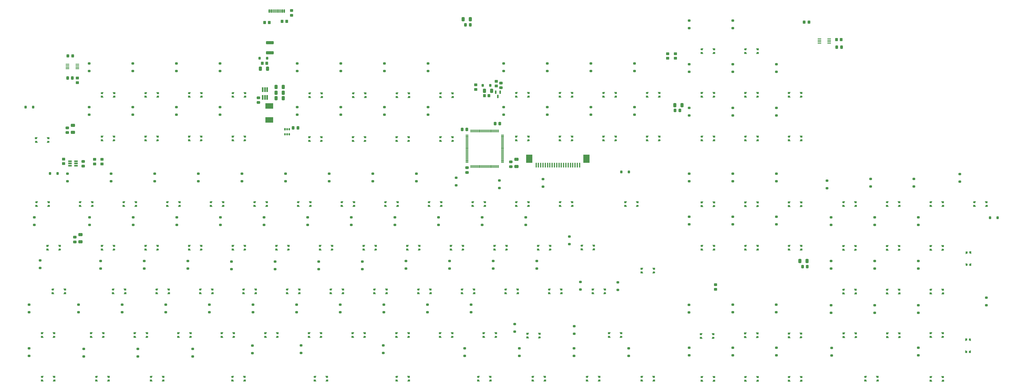
<source format=gbp>
G04 #@! TF.GenerationSoftware,KiCad,Pcbnew,(6.0.0-rc1-458-g78ff9a857a)*
G04 #@! TF.CreationDate,2022-12-04T21:38:43+01:00*
G04 #@! TF.ProjectId,berlin,6265726c-696e-42e6-9b69-6361645f7063,rev?*
G04 #@! TF.SameCoordinates,Original*
G04 #@! TF.FileFunction,Paste,Bot*
G04 #@! TF.FilePolarity,Positive*
%FSLAX46Y46*%
G04 Gerber Fmt 4.6, Leading zero omitted, Abs format (unit mm)*
G04 Created by KiCad (PCBNEW (6.0.0-rc1-458-g78ff9a857a)) date 2022-12-04 21:38:43*
%MOMM*%
%LPD*%
G01*
G04 APERTURE LIST*
G04 Aperture macros list*
%AMRoundRect*
0 Rectangle with rounded corners*
0 $1 Rounding radius*
0 $2 $3 $4 $5 $6 $7 $8 $9 X,Y pos of 4 corners*
0 Add a 4 corners polygon primitive as box body*
4,1,4,$2,$3,$4,$5,$6,$7,$8,$9,$2,$3,0*
0 Add four circle primitives for the rounded corners*
1,1,$1+$1,$2,$3*
1,1,$1+$1,$4,$5*
1,1,$1+$1,$6,$7*
1,1,$1+$1,$8,$9*
0 Add four rect primitives between the rounded corners*
20,1,$1+$1,$2,$3,$4,$5,0*
20,1,$1+$1,$4,$5,$6,$7,0*
20,1,$1+$1,$6,$7,$8,$9,0*
20,1,$1+$1,$8,$9,$2,$3,0*%
%AMFreePoly0*
4,1,30,0.664142,0.394142,0.670000,0.380000,0.664142,0.365858,0.650000,0.360000,0.639861,0.360000,0.634409,0.349097,0.641334,0.339663,0.639014,0.324533,0.635101,0.321661,0.546798,0.160496,0.471072,-0.011862,0.410656,-0.190163,0.367074,-0.368692,0.368024,-0.373451,0.364365,-0.378933,0.365871,-0.382599,0.359972,-0.396724,0.345813,-0.402541,-0.525058,-0.400000,-0.532122,-0.397050,
-0.539142,-0.394142,-0.539154,-0.394113,-0.539183,-0.394101,-0.542091,-0.387023,-0.545000,-0.380000,-0.545000,0.380000,-0.539142,0.394142,-0.525000,0.400000,0.650000,0.400000,0.664142,0.394142,0.664142,0.394142,$1*%
%AMFreePoly1*
4,1,30,0.359972,0.396724,0.365871,0.382599,0.360054,0.368440,0.348994,0.363821,0.353493,0.348075,0.367722,0.345518,0.376463,0.332952,0.375604,0.328173,0.422324,0.151413,0.485716,-0.024855,0.564154,-0.194962,0.654823,-0.353725,0.658787,-0.356530,0.660097,-0.364182,0.664142,-0.365858,0.670000,-0.380000,0.664142,-0.394142,0.650000,-0.400000,-0.525000,-0.400000,-0.539142,-0.394142,
-0.545000,-0.380000,-0.545000,0.380000,-0.542091,0.387023,-0.539183,0.394101,-0.539154,0.394113,-0.539142,0.394142,-0.532122,0.397050,-0.525058,0.400000,0.345813,0.402541,0.359972,0.396724,0.359972,0.396724,$1*%
%AMFreePoly2*
4,1,34,0.575001,0.424979,0.592678,0.417657,0.600000,0.399978,0.592678,0.382301,0.574999,0.374979,0.559851,0.374979,0.554987,0.365252,0.555371,0.365204,0.567106,0.350091,0.564717,0.331106,0.560861,0.328112,0.473904,0.159164,0.399902,-0.020738,0.341456,-0.206278,0.299976,-0.391707,0.301018,-0.396477,0.299513,-0.398824,0.300000,-0.400000,0.292678,-0.417678,0.275000,-0.425000,
-0.200000,-0.425000,-0.319736,-0.407785,-0.429772,-0.357533,-0.521194,-0.278316,-0.586594,-0.176551,-0.620674,-0.060484,-0.620674,0.060484,-0.586594,0.176551,-0.521194,0.278316,-0.429772,0.357533,-0.319736,0.407785,-0.200000,0.425000,-0.199999,0.425000,0.575001,0.424979,0.575001,0.424979,$1*%
G04 Aperture macros list end*
%ADD10FreePoly0,180.000000*%
%ADD11FreePoly1,180.000000*%
%ADD12FreePoly2,0.000000*%
%ADD13FreePoly1,0.000000*%
%ADD14FreePoly0,0.000000*%
%ADD15FreePoly2,180.000000*%
%ADD16FreePoly0,90.000000*%
%ADD17FreePoly1,90.000000*%
%ADD18FreePoly2,270.000000*%
%ADD19FreePoly1,270.000000*%
%ADD20FreePoly0,270.000000*%
%ADD21FreePoly2,90.000000*%
%ADD22RoundRect,0.250000X-0.350000X0.250000X-0.350000X-0.250000X0.350000X-0.250000X0.350000X0.250000X0*%
%ADD23RoundRect,0.250000X0.450000X-0.350000X0.450000X0.350000X-0.450000X0.350000X-0.450000X-0.350000X0*%
%ADD24RoundRect,0.250000X-0.450000X0.350000X-0.450000X-0.350000X0.450000X-0.350000X0.450000X0.350000X0*%
%ADD25RoundRect,0.250000X1.450000X-0.400000X1.450000X0.400000X-1.450000X0.400000X-1.450000X-0.400000X0*%
%ADD26RoundRect,0.250000X0.475000X-0.337500X0.475000X0.337500X-0.475000X0.337500X-0.475000X-0.337500X0*%
%ADD27RoundRect,0.250000X-0.475000X0.337500X-0.475000X-0.337500X0.475000X-0.337500X0.475000X0.337500X0*%
%ADD28R,1.487399X0.431000*%
%ADD29RoundRect,0.250000X-0.412500X-0.650000X0.412500X-0.650000X0.412500X0.650000X-0.412500X0.650000X0*%
%ADD30RoundRect,0.250000X0.650000X-0.412500X0.650000X0.412500X-0.650000X0.412500X-0.650000X-0.412500X0*%
%ADD31R,1.560000X0.650000*%
%ADD32RoundRect,0.150000X-0.150000X-0.575000X0.150000X-0.575000X0.150000X0.575000X-0.150000X0.575000X0*%
%ADD33RoundRect,0.075000X-0.075000X-0.650000X0.075000X-0.650000X0.075000X0.650000X-0.075000X0.650000X0*%
%ADD34RoundRect,0.250000X0.325000X0.450000X-0.325000X0.450000X-0.325000X-0.450000X0.325000X-0.450000X0*%
%ADD35RoundRect,0.250000X-0.350000X-0.450000X0.350000X-0.450000X0.350000X0.450000X-0.350000X0.450000X0*%
%ADD36RoundRect,0.250000X0.250000X0.350000X-0.250000X0.350000X-0.250000X-0.350000X0.250000X-0.350000X0*%
%ADD37R,0.650000X1.060000*%
%ADD38RoundRect,0.325000X0.000000X0.205000X0.000000X-0.205000X0.000000X-0.205000X0.000000X0.205000X0*%
%ADD39R,1.193800X0.304800*%
%ADD40R,0.304800X1.193800*%
%ADD41RoundRect,0.250000X0.350000X-0.250000X0.350000X0.250000X-0.350000X0.250000X-0.350000X-0.250000X0*%
%ADD42R,3.500000X2.350000*%
%ADD43R,0.650000X2.000000*%
%ADD44RoundRect,0.250000X-0.337500X-0.475000X0.337500X-0.475000X0.337500X0.475000X-0.337500X0.475000X0*%
%ADD45RoundRect,0.150000X-0.150000X0.587500X-0.150000X-0.587500X0.150000X-0.587500X0.150000X0.587500X0*%
%ADD46RoundRect,0.250000X0.350000X0.450000X-0.350000X0.450000X-0.350000X-0.450000X0.350000X-0.450000X0*%
%ADD47RoundRect,0.250000X0.337500X0.475000X-0.337500X0.475000X-0.337500X-0.475000X0.337500X-0.475000X0*%
%ADD48R,0.610000X2.000000*%
%ADD49R,2.680000X3.600000*%
%ADD50RoundRect,0.250000X0.412500X0.650000X-0.412500X0.650000X-0.412500X-0.650000X0.412500X-0.650000X0*%
%ADD51RoundRect,0.250000X-0.450000X0.325000X-0.450000X-0.325000X0.450000X-0.325000X0.450000X0.325000X0*%
%ADD52RoundRect,0.250000X-0.250000X-0.350000X0.250000X-0.350000X0.250000X0.350000X-0.250000X0.350000X0*%
G04 APERTURE END LIST*
D10*
X234404500Y-142390500D03*
D11*
X234379100Y-140790500D03*
D12*
X229172100Y-140790500D03*
D13*
X229095900Y-142390500D03*
D10*
X62954500Y-142405000D03*
D11*
X62929100Y-140805000D03*
D12*
X57722100Y-140805000D03*
D13*
X57645900Y-142405000D03*
D10*
X129467000Y-218600000D03*
D11*
X129441600Y-217000000D03*
D12*
X124234600Y-217000000D03*
D13*
X124158400Y-218600000D03*
D14*
X248120500Y-112215500D03*
D13*
X248145900Y-113815500D03*
D15*
X253352900Y-113815500D03*
D11*
X253429100Y-112215500D03*
D10*
X139154500Y-142390500D03*
D11*
X139129100Y-140790500D03*
D12*
X133922100Y-140790500D03*
D13*
X133845900Y-142390500D03*
D14*
X195833000Y-112450000D03*
D13*
X195858400Y-114050000D03*
D15*
X201065400Y-114050000D03*
D11*
X201141600Y-112450000D03*
D10*
X70066500Y-218590500D03*
D11*
X70041100Y-216990500D03*
D12*
X64834100Y-216990500D03*
D13*
X64757900Y-218590500D03*
D10*
X182207500Y-94892500D03*
D11*
X182182100Y-93292500D03*
D12*
X176975100Y-93292500D03*
D13*
X176898900Y-94892500D03*
D10*
X72517000Y-94780000D03*
D11*
X72491600Y-93180000D03*
D12*
X67284600Y-93180000D03*
D13*
X67208400Y-94780000D03*
D14*
X181445500Y-159840500D03*
D13*
X181470900Y-161440500D03*
D15*
X186677900Y-161440500D03*
D11*
X186754100Y-159840500D03*
D10*
X248755500Y-180490500D03*
D11*
X248730100Y-178890500D03*
D12*
X243523100Y-178890500D03*
D13*
X243446900Y-180490500D03*
D10*
X163157500Y-94892500D03*
D11*
X163132100Y-93292500D03*
D12*
X157925100Y-93292500D03*
D13*
X157848900Y-94892500D03*
D10*
X201167000Y-218600000D03*
D11*
X201141600Y-217000000D03*
D12*
X195934600Y-217000000D03*
D13*
X195858400Y-218600000D03*
D14*
X124295500Y-159840500D03*
D13*
X124320900Y-161440500D03*
D15*
X129527900Y-161440500D03*
D11*
X129604100Y-159840500D03*
D10*
X158204500Y-142390500D03*
D11*
X158179100Y-140790500D03*
D12*
X152972100Y-140790500D03*
D13*
X152895900Y-142390500D03*
D10*
X165443500Y-218590500D03*
D11*
X165418100Y-216990500D03*
D12*
X160211100Y-216990500D03*
D13*
X160134900Y-218590500D03*
D10*
X334480500Y-161440500D03*
D11*
X334455100Y-159840500D03*
D12*
X329248100Y-159840500D03*
D13*
X329171900Y-161440500D03*
D14*
X195796500Y-197940500D03*
D13*
X195821900Y-199540500D03*
D15*
X201028900Y-199540500D03*
D11*
X201105100Y-197940500D03*
D10*
X253454500Y-94765500D03*
D11*
X253429100Y-93165500D03*
D12*
X248222100Y-93165500D03*
D13*
X248145900Y-94765500D03*
D10*
X210655500Y-180490500D03*
D11*
X210630100Y-178890500D03*
D12*
X205423100Y-178890500D03*
D13*
X205346900Y-180490500D03*
D10*
X396329500Y-142390500D03*
D11*
X396304100Y-140790500D03*
D12*
X391097100Y-140790500D03*
D13*
X391020900Y-142390500D03*
D10*
X77305500Y-180490500D03*
D11*
X77280100Y-178890500D03*
D12*
X72073100Y-178890500D03*
D13*
X71996900Y-180490500D03*
D14*
X329146500Y-93165500D03*
D13*
X329171900Y-94765500D03*
D15*
X334378900Y-94765500D03*
D11*
X334455100Y-93165500D03*
D10*
X129667000Y-94780000D03*
D11*
X129641600Y-93180000D03*
D12*
X124434600Y-93180000D03*
D13*
X124358400Y-94780000D03*
D10*
X372580500Y-113815500D03*
D11*
X372555100Y-112215500D03*
D12*
X367348100Y-112215500D03*
D13*
X367271900Y-113815500D03*
D10*
X353530500Y-113815500D03*
D11*
X353505100Y-112215500D03*
D12*
X348298100Y-112215500D03*
D13*
X348221900Y-113815500D03*
D14*
X238595500Y-159840500D03*
D13*
X238620900Y-161440500D03*
D15*
X243827900Y-161440500D03*
D11*
X243904100Y-159840500D03*
D14*
X214983000Y-112450000D03*
D13*
X215008400Y-114050000D03*
D15*
X220215400Y-114050000D03*
D11*
X220291600Y-112450000D03*
D14*
X329146500Y-140917500D03*
D13*
X329171900Y-142517500D03*
D15*
X334378900Y-142517500D03*
D11*
X334455100Y-140917500D03*
D10*
X177254500Y-142390500D03*
D11*
X177229100Y-140790500D03*
D12*
X172022100Y-140790500D03*
D13*
X171945900Y-142390500D03*
D14*
X105245500Y-112215500D03*
D13*
X105270900Y-113815500D03*
D15*
X110477900Y-113815500D03*
D11*
X110554100Y-112215500D03*
D10*
X46317500Y-218590500D03*
D11*
X46292100Y-216990500D03*
D12*
X41085100Y-216990500D03*
D13*
X41008900Y-218590500D03*
D14*
X410045500Y-159967500D03*
D13*
X410070900Y-161567500D03*
D15*
X415277900Y-161567500D03*
D11*
X415354100Y-159967500D03*
D10*
X215354500Y-142390500D03*
D11*
X215329100Y-140790500D03*
D12*
X210122100Y-140790500D03*
D13*
X210045900Y-142390500D03*
D14*
X105245500Y-159840500D03*
D13*
X105270900Y-161440500D03*
D15*
X110477900Y-161440500D03*
D11*
X110554100Y-159840500D03*
D10*
X272504500Y-94765500D03*
D11*
X272479100Y-93165500D03*
D12*
X267272100Y-93165500D03*
D13*
X267195900Y-94765500D03*
D14*
X43396500Y-159840500D03*
D13*
X43421900Y-161440500D03*
D15*
X48628900Y-161440500D03*
D11*
X48705100Y-159840500D03*
D16*
X444630000Y-206097000D03*
D17*
X446230000Y-206071600D03*
D18*
X446230000Y-200864600D03*
D19*
X444630000Y-200788400D03*
D10*
X110617000Y-94780000D03*
D11*
X110591600Y-93180000D03*
D12*
X105384600Y-93180000D03*
D13*
X105308400Y-94780000D03*
D10*
X415379500Y-142390500D03*
D11*
X415354100Y-140790500D03*
D12*
X410147100Y-140790500D03*
D13*
X410070900Y-142390500D03*
D10*
X51016500Y-180490500D03*
D11*
X50991100Y-178890500D03*
D12*
X45784100Y-178890500D03*
D13*
X45707900Y-180490500D03*
D10*
X101054500Y-142405000D03*
D11*
X101029100Y-140805000D03*
D12*
X95822100Y-140805000D03*
D13*
X95745900Y-142405000D03*
D14*
X143345500Y-159840500D03*
D13*
X143370900Y-161440500D03*
D15*
X148577900Y-161440500D03*
D11*
X148654100Y-159840500D03*
D14*
X348196500Y-140917500D03*
D13*
X348221900Y-142517500D03*
D15*
X353428900Y-142517500D03*
D11*
X353505100Y-140917500D03*
D14*
X176619500Y-197940500D03*
D13*
X176644900Y-199540500D03*
D15*
X181851900Y-199540500D03*
D11*
X181928100Y-197940500D03*
D10*
X172428500Y-180490500D03*
D11*
X172403100Y-178890500D03*
D12*
X167196100Y-178890500D03*
D13*
X167119900Y-180490500D03*
D14*
X410143000Y-198020000D03*
D13*
X410168400Y-199620000D03*
D15*
X415375400Y-199620000D03*
D11*
X415451600Y-198020000D03*
D14*
X348113000Y-198020000D03*
D13*
X348138400Y-199620000D03*
D15*
X353345400Y-199620000D03*
D11*
X353421600Y-198020000D03*
D14*
X67145500Y-159840500D03*
D13*
X67170900Y-161440500D03*
D15*
X72377900Y-161440500D03*
D11*
X72454100Y-159840500D03*
D10*
X353530500Y-218717500D03*
D11*
X353505100Y-217117500D03*
D12*
X348298100Y-217117500D03*
D13*
X348221900Y-218717500D03*
D14*
X281521500Y-178890500D03*
D13*
X281546900Y-180490500D03*
D15*
X286753900Y-180490500D03*
D11*
X286830100Y-178890500D03*
D14*
X81496500Y-197940500D03*
D13*
X81521900Y-199540500D03*
D15*
X86728900Y-199540500D03*
D11*
X86805100Y-197940500D03*
D14*
X219545500Y-159840500D03*
D13*
X219570900Y-161440500D03*
D15*
X224777900Y-161440500D03*
D11*
X224854100Y-159840500D03*
D10*
X353530500Y-161440500D03*
D11*
X353505100Y-159840500D03*
D12*
X348298100Y-159840500D03*
D13*
X348221900Y-161440500D03*
D14*
X295745500Y-140790500D03*
D13*
X295770900Y-142390500D03*
D15*
X300977900Y-142390500D03*
D11*
X301054100Y-140790500D03*
D14*
X257645500Y-159840500D03*
D13*
X257670900Y-161440500D03*
D15*
X262877900Y-161440500D03*
D11*
X262954100Y-159840500D03*
D14*
X367246500Y-140917500D03*
D13*
X367271900Y-142517500D03*
D15*
X372478900Y-142517500D03*
D11*
X372555100Y-140917500D03*
D10*
X93942500Y-218590500D03*
D11*
X93917100Y-216990500D03*
D12*
X88710100Y-216990500D03*
D13*
X88633900Y-218590500D03*
D20*
X446390000Y-162763000D03*
D19*
X444790000Y-162788400D03*
D21*
X444790000Y-167995400D03*
D17*
X446390000Y-168071600D03*
D10*
X229705500Y-180490500D03*
D11*
X229680100Y-178890500D03*
D12*
X224473100Y-178890500D03*
D13*
X224396900Y-180490500D03*
D10*
X434429500Y-218717500D03*
D11*
X434404100Y-217117500D03*
D12*
X429197100Y-217117500D03*
D13*
X429120900Y-218717500D03*
D10*
X372580500Y-218717500D03*
D11*
X372555100Y-217117500D03*
D12*
X367348100Y-217117500D03*
D13*
X367271900Y-218717500D03*
D10*
X220307500Y-94892500D03*
D11*
X220282100Y-93292500D03*
D12*
X215075100Y-93292500D03*
D13*
X214998900Y-94892500D03*
D14*
X429095500Y-159967500D03*
D13*
X429120900Y-161567500D03*
D15*
X434327900Y-161567500D03*
D11*
X434404100Y-159967500D03*
D10*
X453479500Y-142390500D03*
D11*
X453454100Y-140790500D03*
D12*
X448247100Y-140790500D03*
D13*
X448170900Y-142390500D03*
D10*
X405892000Y-218605000D03*
D11*
X405866600Y-217005000D03*
D12*
X400659600Y-217005000D03*
D13*
X400583400Y-218605000D03*
D14*
X429095500Y-197940500D03*
D13*
X429120900Y-199540500D03*
D15*
X434327900Y-199540500D03*
D11*
X434404100Y-197940500D03*
D10*
X191478500Y-180490500D03*
D11*
X191453100Y-178890500D03*
D12*
X186246100Y-178890500D03*
D13*
X186169900Y-180490500D03*
D10*
X434429500Y-142390500D03*
D11*
X434404100Y-140790500D03*
D12*
X429197100Y-140790500D03*
D13*
X429120900Y-142390500D03*
D14*
X288633500Y-197940500D03*
D13*
X288658900Y-199540500D03*
D15*
X293865900Y-199540500D03*
D11*
X293942100Y-197940500D03*
D10*
X434429500Y-180617500D03*
D11*
X434404100Y-179017500D03*
D12*
X429197100Y-179017500D03*
D13*
X429120900Y-180617500D03*
D14*
X267170500Y-112215500D03*
D13*
X267195900Y-113815500D03*
D15*
X272402900Y-113815500D03*
D11*
X272479100Y-112215500D03*
D14*
X100546500Y-197940500D03*
D13*
X100571900Y-199540500D03*
D15*
X105778900Y-199540500D03*
D11*
X105855100Y-197940500D03*
D10*
X282017000Y-161350000D03*
D11*
X281991600Y-159750000D03*
D12*
X276784600Y-159750000D03*
D13*
X276708400Y-161350000D03*
D10*
X372580500Y-161440500D03*
D11*
X372555100Y-159840500D03*
D12*
X367348100Y-159840500D03*
D13*
X367271900Y-161440500D03*
D14*
X367208000Y-198125000D03*
D13*
X367233400Y-199725000D03*
D15*
X372440400Y-199725000D03*
D11*
X372516600Y-198125000D03*
D10*
X267805500Y-180490500D03*
D11*
X267780100Y-178890500D03*
D12*
X262573100Y-178890500D03*
D13*
X262496900Y-180490500D03*
D14*
X138519500Y-197940500D03*
D13*
X138544900Y-199540500D03*
D15*
X143751900Y-199540500D03*
D11*
X143828100Y-197940500D03*
D14*
X367246500Y-93165500D03*
D13*
X367271900Y-94765500D03*
D15*
X372478900Y-94765500D03*
D11*
X372555100Y-93165500D03*
D14*
X62446500Y-197940500D03*
D13*
X62471900Y-199540500D03*
D15*
X67678900Y-199540500D03*
D11*
X67755100Y-197940500D03*
D10*
X291554500Y-94765500D03*
D11*
X291529100Y-93165500D03*
D12*
X286322100Y-93165500D03*
D13*
X286245900Y-94765500D03*
D14*
X40983500Y-197940500D03*
D13*
X41008900Y-199540500D03*
D15*
X46215900Y-199540500D03*
D11*
X46292100Y-197940500D03*
D10*
X260604000Y-218590500D03*
D11*
X260578600Y-216990500D03*
D12*
X255371600Y-216990500D03*
D13*
X255295400Y-218590500D03*
D10*
X96355500Y-180490500D03*
D11*
X96330100Y-178890500D03*
D12*
X91123100Y-178890500D03*
D13*
X91046900Y-180490500D03*
D14*
X176783000Y-112450000D03*
D13*
X176808400Y-114050000D03*
D15*
X182015400Y-114050000D03*
D11*
X182091600Y-112450000D03*
D10*
X43904500Y-142405000D03*
D11*
X43879100Y-140805000D03*
D12*
X38672100Y-140805000D03*
D13*
X38595900Y-142405000D03*
D14*
X391093000Y-198020000D03*
D13*
X391118400Y-199620000D03*
D15*
X396325400Y-199620000D03*
D11*
X396401600Y-198020000D03*
D14*
X328783000Y-198400000D03*
D13*
X328808400Y-200000000D03*
D15*
X334015400Y-200000000D03*
D11*
X334091600Y-198400000D03*
D14*
X305270500Y-112215500D03*
D13*
X305295900Y-113815500D03*
D15*
X310502900Y-113815500D03*
D11*
X310579100Y-112215500D03*
D14*
X86195500Y-159840500D03*
D13*
X86220900Y-161440500D03*
D15*
X91427900Y-161440500D03*
D11*
X91504100Y-159840500D03*
D14*
X124295500Y-112215500D03*
D13*
X124320900Y-113815500D03*
D15*
X129527900Y-113815500D03*
D11*
X129604100Y-112215500D03*
D10*
X253454500Y-142390500D03*
D11*
X253429100Y-140790500D03*
D12*
X248222100Y-140790500D03*
D13*
X248145900Y-142390500D03*
D14*
X302895000Y-169873500D03*
D13*
X302920400Y-171473500D03*
D15*
X308127400Y-171473500D03*
D11*
X308203600Y-169873500D03*
D10*
X334480500Y-218717500D03*
D11*
X334455100Y-217117500D03*
D12*
X329248100Y-217117500D03*
D13*
X329171900Y-218717500D03*
D14*
X38433000Y-112850000D03*
D13*
X38458400Y-114450000D03*
D15*
X43665400Y-114450000D03*
D11*
X43741600Y-112850000D03*
D10*
X310604500Y-94765500D03*
D11*
X310579100Y-93165500D03*
D12*
X305372100Y-93165500D03*
D13*
X305295900Y-94765500D03*
D10*
X91567000Y-94780000D03*
D11*
X91541600Y-93180000D03*
D12*
X86334600Y-93180000D03*
D13*
X86258400Y-94780000D03*
D10*
X120104500Y-142390500D03*
D11*
X120079100Y-140790500D03*
D12*
X114872100Y-140790500D03*
D13*
X114795900Y-142390500D03*
D14*
X252993000Y-198240000D03*
D13*
X253018400Y-199840000D03*
D15*
X258225400Y-199840000D03*
D11*
X258301600Y-198240000D03*
D14*
X390995500Y-159967500D03*
D13*
X391020900Y-161567500D03*
D15*
X396227900Y-161567500D03*
D11*
X396304100Y-159967500D03*
D10*
X334480500Y-113815500D03*
D11*
X334455100Y-112215500D03*
D12*
X329248100Y-112215500D03*
D13*
X329171900Y-113815500D03*
D10*
X115405500Y-180490500D03*
D11*
X115380100Y-178890500D03*
D12*
X110173100Y-178890500D03*
D13*
X110096900Y-180490500D03*
D10*
X236817500Y-218590500D03*
D11*
X236792100Y-216990500D03*
D12*
X231585100Y-216990500D03*
D13*
X231508900Y-218590500D03*
D10*
X134328500Y-180490500D03*
D11*
X134303100Y-178890500D03*
D12*
X129096100Y-178890500D03*
D13*
X129019900Y-180490500D03*
D14*
X200495500Y-159840500D03*
D13*
X200520900Y-161440500D03*
D15*
X205727900Y-161440500D03*
D11*
X205804100Y-159840500D03*
D14*
X86195500Y-112215500D03*
D13*
X86220900Y-113815500D03*
D15*
X91427900Y-113815500D03*
D11*
X91504100Y-112215500D03*
D10*
X284353000Y-218590500D03*
D11*
X284327600Y-216990500D03*
D12*
X279120600Y-216990500D03*
D13*
X279044400Y-218590500D03*
D14*
X162395500Y-159840500D03*
D13*
X162420900Y-161440500D03*
D15*
X167627900Y-161440500D03*
D11*
X167704100Y-159840500D03*
D10*
X396329500Y-180617500D03*
D11*
X396304100Y-179017500D03*
D12*
X391097100Y-179017500D03*
D13*
X391020900Y-180617500D03*
D14*
X286220500Y-112215500D03*
D13*
X286245900Y-113815500D03*
D15*
X291452900Y-113815500D03*
D11*
X291529100Y-112215500D03*
D10*
X272542000Y-142405000D03*
D11*
X272516600Y-140805000D03*
D12*
X267309600Y-140805000D03*
D13*
X267233400Y-142405000D03*
D14*
X214846500Y-197940500D03*
D13*
X214871900Y-199540500D03*
D15*
X220078900Y-199540500D03*
D11*
X220155100Y-197940500D03*
D14*
X119469500Y-197940500D03*
D13*
X119494900Y-199540500D03*
D15*
X124701900Y-199540500D03*
D11*
X124778100Y-197940500D03*
D14*
X157733000Y-112450000D03*
D13*
X157758400Y-114050000D03*
D15*
X162965400Y-114050000D03*
D11*
X163041600Y-112450000D03*
D14*
X233896500Y-197940500D03*
D13*
X233921900Y-199540500D03*
D15*
X239128900Y-199540500D03*
D11*
X239205100Y-197940500D03*
D10*
X353530500Y-75715500D03*
D11*
X353505100Y-74115500D03*
D12*
X348298100Y-74115500D03*
D13*
X348221900Y-75715500D03*
D10*
X308191500Y-218590500D03*
D11*
X308166100Y-216990500D03*
D12*
X302959100Y-216990500D03*
D13*
X302882900Y-218590500D03*
D10*
X82004500Y-142405000D03*
D11*
X81979100Y-140805000D03*
D12*
X76772100Y-140805000D03*
D13*
X76695900Y-142405000D03*
D10*
X153378500Y-180490500D03*
D11*
X153353100Y-178890500D03*
D12*
X148146100Y-178890500D03*
D13*
X148069900Y-180490500D03*
D10*
X334480500Y-75715500D03*
D11*
X334455100Y-74115500D03*
D12*
X329248100Y-74115500D03*
D13*
X329171900Y-75715500D03*
D10*
X201257500Y-94892500D03*
D11*
X201232100Y-93292500D03*
D12*
X196025100Y-93292500D03*
D13*
X195948900Y-94892500D03*
D14*
X157569500Y-197940500D03*
D13*
X157594900Y-199540500D03*
D15*
X162801900Y-199540500D03*
D11*
X162878100Y-197940500D03*
D14*
X348196500Y-93165500D03*
D13*
X348221900Y-94765500D03*
D15*
X353428900Y-94765500D03*
D11*
X353505100Y-93165500D03*
D10*
X196304500Y-142390500D03*
D11*
X196279100Y-140790500D03*
D12*
X191072100Y-140790500D03*
D13*
X190995900Y-142390500D03*
D10*
X415379500Y-180617500D03*
D11*
X415354100Y-179017500D03*
D12*
X410147100Y-179017500D03*
D13*
X410070900Y-180617500D03*
D14*
X67145500Y-112215500D03*
D13*
X67170900Y-113815500D03*
D15*
X72377900Y-113815500D03*
D11*
X72454100Y-112215500D03*
D22*
X147320000Y-128398000D03*
X147320000Y-131698000D03*
X261620000Y-80265000D03*
X261620000Y-83565000D03*
X361696000Y-128398000D03*
X361696000Y-131698000D03*
X109220000Y-128398000D03*
X109220000Y-131698000D03*
D23*
X317650000Y-78000000D03*
X317650000Y-76000000D03*
D22*
X299720000Y-99315000D03*
X299720000Y-102615000D03*
D24*
X67150000Y-122100000D03*
X67150000Y-124100000D03*
D22*
X35306000Y-185548000D03*
X35306000Y-188848000D03*
X152400000Y-99315000D03*
X152400000Y-102615000D03*
X240715800Y-131344400D03*
X240715800Y-134644400D03*
D25*
X140462000Y-75631000D03*
X140462000Y-71181000D03*
D22*
X52070000Y-128398000D03*
X52070000Y-131698000D03*
X190500000Y-99315000D03*
X190500000Y-102615000D03*
X361696000Y-80646000D03*
X361696000Y-83946000D03*
X242570000Y-99315000D03*
X242570000Y-102615000D03*
X323596000Y-147194000D03*
X323596000Y-150494000D03*
D26*
X245720000Y-125307500D03*
X245720000Y-123232500D03*
D22*
X37592000Y-147448000D03*
X37592000Y-150748000D03*
X204470000Y-128398000D03*
X204470000Y-131698000D03*
X453390000Y-182500000D03*
X453390000Y-185800000D03*
D27*
X226568000Y-125759300D03*
X226568000Y-127834300D03*
D22*
X61595000Y-99315000D03*
X61595000Y-102615000D03*
X114046000Y-185548000D03*
X114046000Y-188848000D03*
D28*
X380517400Y-71459999D03*
X380517400Y-70810001D03*
X380517400Y-70159999D03*
X380517400Y-69510001D03*
X384784600Y-69510001D03*
X384784600Y-70159999D03*
X384784600Y-70810001D03*
X384784600Y-71459999D03*
D22*
X118872000Y-147448000D03*
X118872000Y-150748000D03*
X249428000Y-204598000D03*
X249428000Y-207898000D03*
X323596000Y-99696000D03*
X323596000Y-102996000D03*
D29*
X234237500Y-92200000D03*
X237362500Y-92200000D03*
D24*
X63950000Y-122100000D03*
X63950000Y-124100000D03*
D22*
X156972000Y-147448000D03*
X156972000Y-150748000D03*
X385572000Y-147448000D03*
X385572000Y-150748000D03*
X142748000Y-166752000D03*
X142748000Y-170052000D03*
X259765800Y-130760200D03*
X259765800Y-134060200D03*
X99822000Y-147448000D03*
X99822000Y-150748000D03*
D30*
X54500000Y-110362500D03*
X54500000Y-107237500D03*
D22*
X225552000Y-204598000D03*
X225552000Y-207898000D03*
D31*
X55866000Y-122954000D03*
X55866000Y-123904000D03*
X55866000Y-124854000D03*
X53166000Y-124854000D03*
X53166000Y-123904000D03*
X53166000Y-122954000D03*
D22*
X71120000Y-128398000D03*
X71120000Y-131698000D03*
X180848000Y-166752000D03*
X180848000Y-170052000D03*
X161798000Y-166752000D03*
X161798000Y-170052000D03*
X190246000Y-185548000D03*
X190246000Y-188848000D03*
X128270000Y-128398000D03*
X128270000Y-131698000D03*
X423672000Y-204344000D03*
X423672000Y-207644000D03*
X199898000Y-166498000D03*
X199898000Y-169798000D03*
X190500000Y-80265000D03*
X190500000Y-83565000D03*
X99695000Y-99315000D03*
X99695000Y-102615000D03*
X385572000Y-166498000D03*
X385572000Y-169798000D03*
X261620000Y-99315000D03*
X261620000Y-102615000D03*
D26*
X52040000Y-110427500D03*
X52040000Y-108352500D03*
D32*
X140260000Y-57372500D03*
X141060000Y-57372500D03*
D33*
X142260000Y-57372500D03*
X143256000Y-57372500D03*
X143760000Y-57372500D03*
X144760000Y-57372500D03*
D32*
X146760000Y-57372500D03*
X145960000Y-57372500D03*
D33*
X145260000Y-57372500D03*
X144260000Y-57372500D03*
X142760000Y-57372500D03*
X141760000Y-57372500D03*
D34*
X54365000Y-76962000D03*
X52315000Y-76962000D03*
D22*
X154150000Y-203300000D03*
X154150000Y-206600000D03*
X423672000Y-185802000D03*
X423672000Y-189102000D03*
D35*
X137176000Y-80178000D03*
X139176000Y-80178000D03*
D36*
X37083000Y-99314000D03*
X33783000Y-99314000D03*
D22*
X404622000Y-147448000D03*
X404622000Y-150748000D03*
X342646000Y-147194000D03*
X342646000Y-150494000D03*
X342646000Y-185548000D03*
X342646000Y-188848000D03*
D37*
X147066000Y-108966000D03*
D38*
X148016000Y-108966000D03*
X148966000Y-108966000D03*
X148966000Y-111166000D03*
X148016000Y-111166000D03*
X147066000Y-111166000D03*
D22*
X132900000Y-203350000D03*
X132900000Y-206650000D03*
X209296000Y-185548000D03*
X209296000Y-188848000D03*
X85598000Y-166498000D03*
X85598000Y-169798000D03*
D39*
X242065000Y-111474999D03*
X242065000Y-111975001D03*
X242065000Y-112475000D03*
X242065000Y-112974999D03*
X242065000Y-113475000D03*
X242065000Y-113974999D03*
X242065000Y-114475001D03*
X242065000Y-114975000D03*
X242065000Y-115474999D03*
X242065000Y-115975000D03*
X242065000Y-116474999D03*
X242065000Y-116974998D03*
X242065000Y-117475000D03*
X242065000Y-117974999D03*
X242065000Y-118475001D03*
X242065000Y-118975000D03*
X242065000Y-119474999D03*
X242065000Y-119975000D03*
X242065000Y-120474999D03*
X242065000Y-120975001D03*
X242065000Y-121475000D03*
X242065000Y-121974999D03*
X242065000Y-122475000D03*
X242065000Y-122974999D03*
X242065000Y-123475001D03*
D40*
X240315001Y-125225000D03*
X239814999Y-125225000D03*
X239315000Y-125225000D03*
X238815001Y-125225000D03*
X238315000Y-125225000D03*
X237815001Y-125225000D03*
X237314999Y-125225000D03*
X236815000Y-125225000D03*
X236315001Y-125225000D03*
X235815000Y-125225000D03*
X235315001Y-125225000D03*
X234814999Y-125225000D03*
X234315000Y-125225000D03*
X233815001Y-125225000D03*
X233314999Y-125225000D03*
X232815000Y-125225000D03*
X232314999Y-125225000D03*
X231815000Y-125225000D03*
X231315001Y-125225000D03*
X230814999Y-125225000D03*
X230315000Y-125225000D03*
X229814999Y-125225000D03*
X229315000Y-125225000D03*
X228815001Y-125225000D03*
X228314999Y-125225000D03*
D39*
X226565000Y-123475001D03*
X226565000Y-122974999D03*
X226565000Y-122475000D03*
X226565000Y-121975001D03*
X226565000Y-121475000D03*
X226565000Y-120975001D03*
X226565000Y-120474999D03*
X226565000Y-119975000D03*
X226565000Y-119475001D03*
X226565000Y-118975000D03*
X226565000Y-118475001D03*
X226565000Y-117974999D03*
X226565000Y-117475000D03*
X226565000Y-116975001D03*
X226565000Y-116474999D03*
X226565000Y-115975000D03*
X226565000Y-115474999D03*
X226565000Y-114975000D03*
X226565000Y-114475001D03*
X226565000Y-113974999D03*
X226565000Y-113475000D03*
X226565000Y-112974999D03*
X226565000Y-112475000D03*
X226565000Y-111975001D03*
X226565000Y-111474999D03*
D40*
X228314999Y-109725000D03*
X228815001Y-109725000D03*
X229315000Y-109725000D03*
X229814999Y-109725000D03*
X230315000Y-109725000D03*
X230814999Y-109725000D03*
X231315001Y-109725000D03*
X231815000Y-109725000D03*
X232314999Y-109725000D03*
X232815000Y-109725000D03*
X233314999Y-109725000D03*
X233815001Y-109725000D03*
X234315000Y-109725000D03*
X234814999Y-109725000D03*
X235315001Y-109725000D03*
X235815000Y-109725000D03*
X236315001Y-109725000D03*
X236815000Y-109725000D03*
X237314999Y-109725000D03*
X237815001Y-109725000D03*
X238315000Y-109725000D03*
X238815001Y-109725000D03*
X239315000Y-109725000D03*
X239814999Y-109725000D03*
X240315001Y-109725000D03*
D22*
X137922000Y-147448000D03*
X137922000Y-150748000D03*
D29*
X143217500Y-95451000D03*
X146342500Y-95451000D03*
D41*
X276098000Y-178942000D03*
X276098000Y-175642000D03*
D26*
X59004000Y-125087500D03*
X59004000Y-123012500D03*
D22*
X323596000Y-80646000D03*
X323596000Y-83946000D03*
X242570000Y-80265000D03*
X242570000Y-83565000D03*
X402894800Y-130658600D03*
X402894800Y-133958600D03*
X123698000Y-166752000D03*
X123698000Y-170052000D03*
X90170000Y-128398000D03*
X90170000Y-131698000D03*
X118745000Y-80265000D03*
X118745000Y-83565000D03*
X323590250Y-185559500D03*
X323590250Y-188859500D03*
D42*
X140208000Y-98829000D03*
X140208000Y-104879000D03*
D22*
X280670000Y-80265000D03*
X280670000Y-83565000D03*
D30*
X57800000Y-158062500D03*
X57800000Y-154937500D03*
D22*
X35306000Y-204598000D03*
X35306000Y-207898000D03*
X385900000Y-204350000D03*
X385900000Y-207650000D03*
D36*
X458342000Y-147574000D03*
X455042000Y-147574000D03*
D22*
X214122000Y-147448000D03*
X214122000Y-150748000D03*
D43*
X137403800Y-91660400D03*
X138353800Y-91660400D03*
X139303800Y-91660400D03*
X139303800Y-95080400D03*
X138353800Y-95080400D03*
X137403800Y-95080400D03*
D44*
X388090500Y-73152000D03*
X390165500Y-73152000D03*
D45*
X239150000Y-92812500D03*
X241050000Y-92812500D03*
X240100000Y-94687500D03*
D22*
X257048000Y-166498000D03*
X257048000Y-169798000D03*
X361696000Y-204344000D03*
X361696000Y-207644000D03*
D30*
X248180000Y-125242500D03*
X248180000Y-122117500D03*
D46*
X140217400Y-62407800D03*
X138217400Y-62407800D03*
D47*
X240940500Y-106476800D03*
X238865500Y-106476800D03*
D22*
X423672000Y-147448000D03*
X423672000Y-150748000D03*
X323596000Y-204344000D03*
X323596000Y-207644000D03*
D41*
X247400000Y-197290000D03*
X247400000Y-193990000D03*
D22*
X297180000Y-204598000D03*
X297180000Y-207898000D03*
X61595000Y-80265000D03*
X61595000Y-83565000D03*
X40132000Y-166244000D03*
X40132000Y-169544000D03*
D41*
X273420000Y-198180000D03*
X273420000Y-194880000D03*
D34*
X375929000Y-62230000D03*
X373879000Y-62230000D03*
D23*
X230400000Y-91600000D03*
X230400000Y-89600000D03*
D22*
X82804000Y-204852000D03*
X82804000Y-208152000D03*
X404622000Y-166498000D03*
X404622000Y-169798000D03*
D26*
X55340000Y-158127500D03*
X55340000Y-156052500D03*
D44*
X150676700Y-108381800D03*
X152751700Y-108381800D03*
D29*
X143217500Y-90551000D03*
X146342500Y-90551000D03*
D22*
X104648000Y-166498000D03*
X104648000Y-169798000D03*
X228346000Y-185548000D03*
X228346000Y-188848000D03*
X299720000Y-80265000D03*
X299720000Y-83565000D03*
X106800000Y-204850000D03*
X106800000Y-208150000D03*
D48*
X256790000Y-124630000D03*
X257790000Y-124630000D03*
X258790000Y-124630000D03*
X259790000Y-124630000D03*
X260790000Y-124630000D03*
X261790000Y-124630000D03*
X262790000Y-124630000D03*
X263790000Y-124630000D03*
X264790000Y-124630000D03*
X265790000Y-124630000D03*
X266790000Y-124630000D03*
X267790000Y-124630000D03*
X268790000Y-124630000D03*
X269790000Y-124630000D03*
X270790000Y-124630000D03*
X271790000Y-124630000D03*
X272790000Y-124630000D03*
X273790000Y-124630000D03*
X274790000Y-124630000D03*
X275790000Y-124630000D03*
D49*
X253800000Y-121830000D03*
X278780000Y-121830000D03*
D50*
X139484500Y-82550000D03*
X136359500Y-82550000D03*
D22*
X342646000Y-128398000D03*
X342646000Y-131698000D03*
X152146000Y-185548000D03*
X152146000Y-188848000D03*
D28*
X52137400Y-82578999D03*
X52137400Y-81929001D03*
X52137400Y-81278999D03*
X52137400Y-80629001D03*
X56404600Y-80629001D03*
X56404600Y-81278999D03*
X56404600Y-81929001D03*
X56404600Y-82578999D03*
D22*
X185420000Y-128398000D03*
X185420000Y-131698000D03*
X80645000Y-80265000D03*
X80645000Y-83565000D03*
X171450000Y-80265000D03*
X171450000Y-83565000D03*
D46*
X147862800Y-61900000D03*
X145862800Y-61900000D03*
D22*
X342646000Y-99696000D03*
X342646000Y-102996000D03*
X273304000Y-204598000D03*
X273304000Y-207898000D03*
X80772000Y-147448000D03*
X80772000Y-150748000D03*
D41*
X292440000Y-179050000D03*
X292440000Y-175750000D03*
D22*
X342646000Y-204344000D03*
X342646000Y-207644000D03*
D24*
X50446000Y-121968000D03*
X50446000Y-123968000D03*
D22*
X385572000Y-185802000D03*
X385572000Y-189102000D03*
X421792400Y-130658600D03*
X421792400Y-133958600D03*
D24*
X239350000Y-88050000D03*
X239350000Y-90050000D03*
D47*
X228037500Y-63400000D03*
X225962500Y-63400000D03*
D22*
X342646000Y-80646000D03*
X342646000Y-83946000D03*
D51*
X149987000Y-57191800D03*
X149987000Y-59241800D03*
D50*
X375142500Y-166480000D03*
X372017500Y-166480000D03*
D47*
X54250500Y-86614000D03*
X52175500Y-86614000D03*
D22*
X99695000Y-80265000D03*
X99695000Y-83565000D03*
X252222000Y-147448000D03*
X252222000Y-150748000D03*
X59182000Y-204852000D03*
X59182000Y-208152000D03*
D29*
X143217500Y-93051000D03*
X146342500Y-93051000D03*
D22*
X195072000Y-147448000D03*
X195072000Y-150748000D03*
X342646000Y-61596000D03*
X342646000Y-64896000D03*
X56896000Y-185548000D03*
X56896000Y-188848000D03*
X441858400Y-128499600D03*
X441858400Y-131799600D03*
D47*
X226538700Y-109067600D03*
X224463700Y-109067600D03*
D22*
X209550000Y-80265000D03*
X209550000Y-83565000D03*
D46*
X390001000Y-69850000D03*
X388001000Y-69850000D03*
D22*
X166370000Y-128398000D03*
X166370000Y-131698000D03*
X80645000Y-99315000D03*
X80645000Y-102615000D03*
X383844800Y-131446000D03*
X383844800Y-134746000D03*
X404622000Y-185802000D03*
X404622000Y-189102000D03*
X152400000Y-80250000D03*
X152400000Y-83550000D03*
D46*
X236204000Y-94361000D03*
X234204000Y-94361000D03*
D36*
X139318000Y-77978000D03*
X136018000Y-77978000D03*
D51*
X335106500Y-176750500D03*
X335106500Y-178800500D03*
D22*
X361696000Y-147194000D03*
X361696000Y-150494000D03*
D47*
X375207500Y-168940000D03*
X373132500Y-168940000D03*
D22*
X66548000Y-166498000D03*
X66548000Y-169798000D03*
X133096000Y-185548000D03*
X133096000Y-188848000D03*
D27*
X135509000Y-95228500D03*
X135509000Y-97303500D03*
D22*
X423672000Y-166498000D03*
X423672000Y-169798000D03*
X280670000Y-99315000D03*
X280670000Y-102615000D03*
X94996000Y-185548000D03*
X94996000Y-188848000D03*
D52*
X233450000Y-89800000D03*
X236750000Y-89800000D03*
D29*
X317337500Y-98500000D03*
X320462500Y-98500000D03*
D27*
X241400000Y-88812500D03*
X241400000Y-90887500D03*
D22*
X171450000Y-99315000D03*
X171450000Y-102615000D03*
X233172000Y-147448000D03*
X233172000Y-150748000D03*
D50*
X228062500Y-60940000D03*
X224937500Y-60940000D03*
D22*
X361690250Y-185534500D03*
X361690250Y-188834500D03*
X361696000Y-99696000D03*
X361696000Y-102996000D03*
D44*
X317472500Y-100740000D03*
X319547500Y-100740000D03*
D22*
X61722000Y-147448000D03*
X61722000Y-150748000D03*
X323596000Y-61596000D03*
X323596000Y-64896000D03*
X209550000Y-99315000D03*
X209550000Y-102615000D03*
D36*
X297325000Y-127630000D03*
X294025000Y-127630000D03*
D22*
X218948000Y-166498000D03*
X218948000Y-169798000D03*
D23*
X56388000Y-88657000D03*
X56388000Y-86657000D03*
D22*
X323596000Y-128398000D03*
X323596000Y-131698000D03*
X237998000Y-166498000D03*
X237998000Y-169798000D03*
D23*
X314250000Y-78000000D03*
X314250000Y-76000000D03*
D22*
X221843600Y-130176000D03*
X221843600Y-133476000D03*
X190050000Y-203300000D03*
X190050000Y-206600000D03*
X171196000Y-185548000D03*
X171196000Y-188848000D03*
X176022000Y-147448000D03*
X176022000Y-150748000D03*
D36*
X47750000Y-128300000D03*
X44450000Y-128300000D03*
D22*
X118745000Y-99315000D03*
X118745000Y-102615000D03*
X75946000Y-185548000D03*
X75946000Y-188848000D03*
D41*
X271272000Y-159130000D03*
X271272000Y-155830000D03*
M02*

</source>
